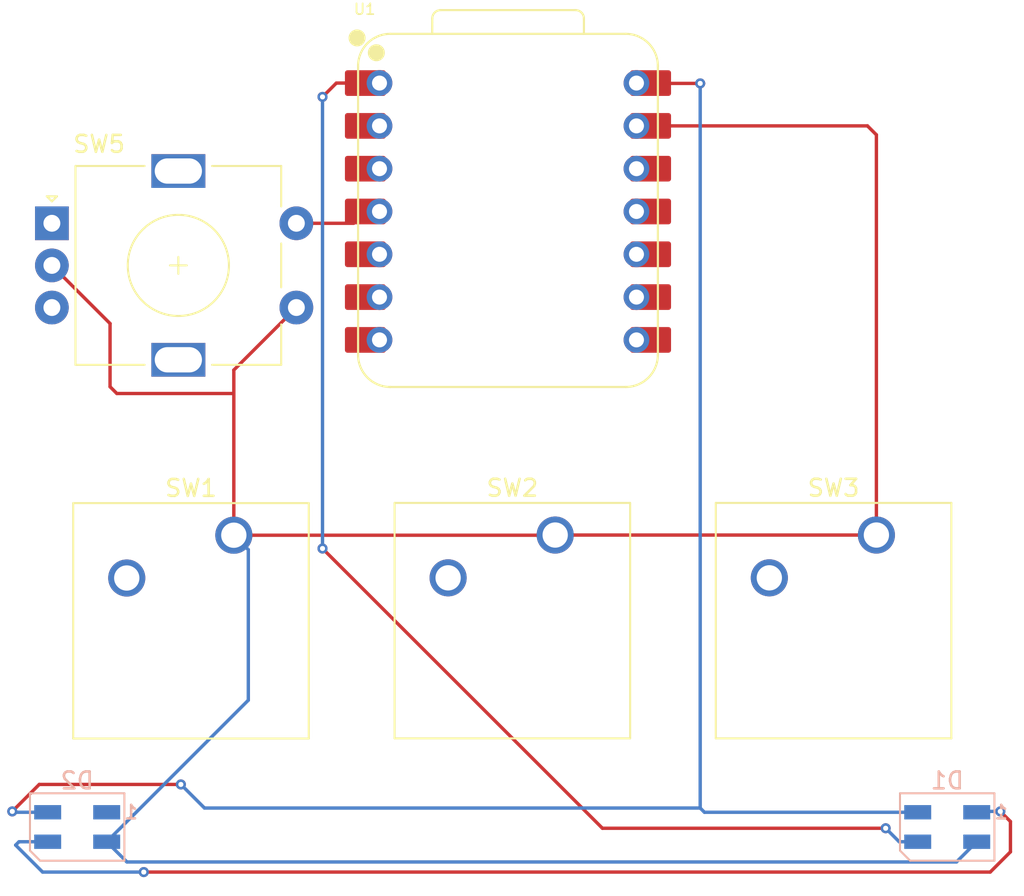
<source format=kicad_pcb>
(kicad_pcb (version 20241229) (generator "pcbnew") (generator_version "9.0")
  (layers (0 "F.Cu" signal) (2 "B.Cu" signal) (13 "F.Paste" user) (15 "B.Paste" user) (5 "F.SilkS" user "F.Silkscreen") (7 "B.SilkS" user "B.Silkscreen") (1 "F.Mask" user) (3 "B.Mask" user) (25 "Edge.Cuts" user))
  (net 0 "")
  (net 1 "Net-(D1-DOUT)")
  (net 2 "GND")
  (net 3 "+5V")
  (net 4 "Net-(D1-DIN)")
  (net 6 "GPIO1")
  (net 7 "GPIO2")
  (net 8 "GPIO4")
  (net 9 "ENC_A")
  (net 10 "ENC_B")
  (net 17 "ENC_BUTTON")
  (footprint "Seeed Studio XIAO Series Library:XIAO-RP2040-DIP" (layer "F.Cu") (at 85.6 36.6)
    (property "Reference" "U1" (at -8.5 -12 0) (layer "F.SilkS") (effects (font (size 0.635 0.635) (thickness 0.1016))))
    (property "Value" "XIAO-RP2040-DIP")
    (fp_line (start -8.89 8.509) (end -8.89 -8.636) (stroke (width 0.127)) (layer "F.SilkS"))
    (fp_line (start -6.985 10.414) (end 6.985 10.414) (stroke (width 0.127)) (layer "F.SilkS"))
    (fp_line (start -4.495 -10.541) (end -4.491272 -11.451272) (stroke (width 0.127)) (layer "F.SilkS"))
    (fp_line (start -3.991272 -11.951) (end 4.004 -11.951) (stroke (width 0.127)) (layer "F.SilkS"))
    (fp_line (start 4.504 -11.451) (end 4.504 -10.541) (stroke (width 0.127)) (layer "F.SilkS"))
    (fp_line (start 6.985 -10.541) (end -6.985 -10.541) (stroke (width 0.1)) (layer "F.SilkS"))
    (fp_line (start 6.985 -10.541) (end -6.985 -10.541) (stroke (width 0.127)) (layer "F.SilkS"))
    (fp_line (start 8.89 8.509) (end 8.89 -8.636) (stroke (width 0.127)) (layer "F.SilkS"))
    (fp_arc (start -8.89 -8.636) (mid -8.332038 -9.983038) (end -6.985 -10.541) (stroke (width 0.127)) (layer "F.SilkS"))
    (fp_arc (start -6.985 10.414) (mid -8.332038 9.856038) (end -8.89 8.509) (stroke (width 0.127)) (layer "F.SilkS"))
    (fp_arc (start -4.491272 -11.451272) (mid -4.344728 -11.80464) (end -3.991272 -11.951) (stroke (width 0.127)) (layer "F.SilkS"))
    (fp_arc (start 4.004 -11.951) (mid 4.357553 -11.804553) (end 4.504 -11.451) (stroke (width 0.127)) (layer "F.SilkS"))
    (fp_arc (start 6.985 -10.541) (mid 8.332038 -9.983038) (end 8.89 -8.636) (stroke (width 0.127)) (layer "F.SilkS"))
    (fp_arc (start 8.89 8.509) (mid 8.332038 9.856038) (end 6.985 10.414) (stroke (width 0.127)) (layer "F.SilkS"))
    (fp_circle (center -8.95 -10.3) (end -8.95 -10.554) (stroke (width 0.5)) (fill yes) (layer "F.SilkS"))
    (fp_circle (center -7.807 -9.42) (end -7.807 -9.674) (stroke (width 0.5)) (fill yes) (layer "F.SilkS"))
    (pad "1" smd roundrect (at -8.455 -7.62 180) (size 2.432 1.524) (layers "F.Cu" "F.Mask") (roundrect_rratio 0.1) (net 4 "Net-(D1-DIN)"))
    (pad "1" thru_hole circle (at -7.62 -7.62 180) (size 1.524 1.524) (drill 0.889) (layers "*.Cu" "*.Mask") (net 4 "Net-(D1-DIN)"))
    (pad "2" smd roundrect (at -8.455 -5.08 180) (size 2.432 1.524) (layers "F.Cu" "F.Mask") (roundrect_rratio 0.1) (net 9 "ENC_A"))
    (pad "2" thru_hole circle (at -7.62 -5.08 180) (size 1.524 1.524) (drill 0.889) (layers "*.Cu" "*.Mask") (net 9 "ENC_A"))
    (pad "3" smd roundrect (at -8.455 -2.54 180) (size 2.432 1.524) (layers "F.Cu" "F.Mask") (roundrect_rratio 0.1) (net 10 "ENC_B"))
    (pad "3" thru_hole circle (at -7.62 -2.54 180) (size 1.524 1.524) (drill 0.889) (layers "*.Cu" "*.Mask") (net 10 "ENC_B"))
    (pad "4" smd roundrect (at -8.455 0 180) (size 2.432 1.524) (layers "F.Cu" "F.Mask") (roundrect_rratio 0.1) (net 17 "ENC_BUTTON"))
    (pad "4" thru_hole circle (at -7.62 0 180) (size 1.524 1.524) (drill 0.889) (layers "*.Cu" "*.Mask") (net 17 "ENC_BUTTON"))
    (pad "5" smd roundrect (at -8.455 2.54 180) (size 2.432 1.524) (layers "F.Cu" "F.Mask") (roundrect_rratio 0.1))
    (pad "5" thru_hole circle (at -7.62 2.54 180) (size 1.524 1.524) (drill 0.889) (layers "*.Cu" "*.Mask"))
    (pad "6" smd roundrect (at -8.455 5.08 180) (size 2.432 1.524) (layers "F.Cu" "F.Mask") (roundrect_rratio 0.1))
    (pad "6" thru_hole circle (at -7.62 5.08 180) (size 1.524 1.524) (drill 0.889) (layers "*.Cu" "*.Mask"))
    (pad "7" smd roundrect (at -8.455 7.62 180) (size 2.432 1.524) (layers "F.Cu" "F.Mask") (roundrect_rratio 0.1))
    (pad "7" thru_hole circle (at -7.62 7.62 180) (size 1.524 1.524) (drill 0.889) (layers "*.Cu" "*.Mask"))
    (pad "8" thru_hole circle (at 7.62 7.62) (size 1.524 1.524) (drill 0.889) (layers "*.Cu" "*.Mask") (net 6 "GPIO1"))
    (pad "8" smd roundrect (at 8.455 7.62) (size 2.432 1.524) (layers "F.Cu" "F.Mask") (roundrect_rratio 0.1) (net 6 "GPIO1"))
    (pad "9" thru_hole circle (at 7.62 5.08) (size 1.524 1.524) (drill 0.889) (layers "*.Cu" "*.Mask") (net 7 "GPIO2"))
    (pad "9" smd roundrect (at 8.455 5.08) (size 2.432 1.524) (layers "F.Cu" "F.Mask") (roundrect_rratio 0.1) (net 7 "GPIO2"))
    (pad "10" thru_hole circle (at 7.62 2.54) (size 1.524 1.524) (drill 0.889) (layers "*.Cu" "*.Mask") (net 8 "GPIO4"))
    (pad "10" smd roundrect (at 8.455 2.54) (size 2.432 1.524) (layers "F.Cu" "F.Mask") (roundrect_rratio 0.1) (net 8 "GPIO4"))
    (pad "11" thru_hole circle (at 7.62 0) (size 1.524 1.524) (drill 0.889) (layers "*.Cu" "*.Mask"))
    (pad "11" smd roundrect (at 8.455 0) (size 2.432 1.524) (layers "F.Cu" "F.Mask") (roundrect_rratio 0.1))
    (pad "12" thru_hole circle (at 7.62 -2.54) (size 1.524 1.524) (drill 0.889) (layers "*.Cu" "*.Mask"))
    (pad "12" smd roundrect (at 8.455 -2.54) (size 2.432 1.524) (layers "F.Cu" "F.Mask") (roundrect_rratio 0.1))
    (pad "13" thru_hole circle (at 7.62 -5.08) (size 1.524 1.524) (drill 0.889) (layers "*.Cu" "*.Mask") (net 2 "GND"))
    (pad "13" smd roundrect (at 8.455 -5.08) (size 2.432 1.524) (layers "F.Cu" "F.Mask") (roundrect_rratio 0.1) (net 2 "GND"))
    (pad "14" thru_hole circle (at 7.62 -7.62) (size 1.524 1.524) (drill 0.889) (layers "*.Cu" "*.Mask") (net 3 "+5V"))
    (pad "14" smd roundrect (at 8.455 -7.62) (size 2.432 1.524) (layers "F.Cu" "F.Mask") (roundrect_rratio 0.1) (net 3 "+5V"))
  )
  (footprint "Button_Switch_Keyboard:SW_Cherry_MX_1.00u_PCB" (layer "F.Cu") (at 88.4 55.8)
    (property "Reference" "SW2" (at -2.54 -2.794 0) (layer "F.SilkS"))
    (property "Value" "SW_Push")
    (fp_line (start -9.525 -1.905) (end 4.445 -1.905) (stroke (width 0.12)) (layer "F.SilkS"))
    (fp_line (start -9.525 12.065) (end -9.525 -1.905) (stroke (width 0.12)) (layer "F.SilkS"))
    (fp_line (start 4.445 -1.905) (end 4.445 12.065) (stroke (width 0.12)) (layer "F.SilkS"))
    (fp_line (start 4.445 12.065) (end -9.525 12.065) (stroke (width 0.12)) (layer "F.SilkS"))
    (pad "" np_thru_hole circle (at -7.62 5.08) (size 1.7 1.7) (drill 1.7) (layers "*.Cu" "*.Mask"))
    (pad "" np_thru_hole circle (at -2.54 5.08) (size 4 4) (drill 4) (layers "*.Cu" "*.Mask"))
    (pad "" np_thru_hole circle (at 2.54 5.08) (size 1.7 1.7) (drill 1.7) (layers "*.Cu" "*.Mask"))
    (pad "1" thru_hole circle (at 0 0) (size 2.2 2.2) (drill 1.5) (layers "*.Cu" "*.Mask") (net 2 "GND"))
    (pad "2" thru_hole circle (at -6.35 2.54) (size 2.2 2.2) (drill 1.5) (layers "*.Cu" "*.Mask") (net 7 "GPIO2"))
  )
  (footprint "Rotary_Encoder:RotaryEncoder_Alps_EC11E-Switch_Vertical_H20mm" (layer "F.Cu") (at 58.55 37.3)
    (property "Reference" "SW5" (at 2.8 -4.7 0) (layer "F.SilkS"))
    (property "Value" "RotaryEncoder_Switch")
    (fp_line (start -0.3 -1.6) (end 0.3 -1.6) (stroke (width 0.12)) (layer "F.SilkS"))
    (fp_line (start 0 -1.3) (end -0.3 -1.6) (stroke (width 0.12)) (layer "F.SilkS"))
    (fp_line (start 0.3 -1.6) (end 0 -1.3) (stroke (width 0.12)) (layer "F.SilkS"))
    (fp_line (start 1.4 -3.4) (end 1.4 8.4) (stroke (width 0.12)) (layer "F.SilkS"))
    (fp_line (start 5.5 -3.4) (end 1.4 -3.4) (stroke (width 0.12)) (layer "F.SilkS"))
    (fp_line (start 5.5 8.4) (end 1.4 8.4) (stroke (width 0.12)) (layer "F.SilkS"))
    (fp_line (start 7 2.5) (end 8 2.5) (stroke (width 0.12)) (layer "F.SilkS"))
    (fp_line (start 7.5 2) (end 7.5 3) (stroke (width 0.12)) (layer "F.SilkS"))
    (fp_line (start 9.5 -3.4) (end 13.6 -3.4) (stroke (width 0.12)) (layer "F.SilkS"))
    (fp_line (start 13.6 -3.4) (end 13.6 -1) (stroke (width 0.12)) (layer "F.SilkS"))
    (fp_line (start 13.6 1.2) (end 13.6 3.8) (stroke (width 0.12)) (layer "F.SilkS"))
    (fp_line (start 13.6 6) (end 13.6 8.4) (stroke (width 0.12)) (layer "F.SilkS"))
    (fp_line (start 13.6 8.4) (end 9.5 8.4) (stroke (width 0.12)) (layer "F.SilkS"))
    (fp_circle (center 7.5 2.5) (end 10.5 2.5) (stroke (width 0.12)) (fill no) (layer "F.SilkS"))
    (pad "A" thru_hole rect (at 0 0) (size 2 2) (drill 1) (layers "*.Cu" "*.Mask") (net 9 "ENC_A"))
    (pad "B" thru_hole circle (at 0 5) (size 2 2) (drill 1) (layers "*.Cu" "*.Mask") (net 10 "ENC_B"))
    (pad "C" thru_hole circle (at 0 2.5) (size 2 2) (drill 1) (layers "*.Cu" "*.Mask") (net 2 "GND"))
    (pad "MP" thru_hole rect (at 7.5 -3.1) (size 3.2 2) (drill oval 2.8 1.5) (layers "*.Cu" "*.Mask"))
    (pad "MP" thru_hole rect (at 7.5 8.1) (size 3.2 2) (drill oval 2.8 1.5) (layers "*.Cu" "*.Mask"))
    (pad "S1" thru_hole circle (at 14.5 5) (size 2 2) (drill 1) (layers "*.Cu" "*.Mask") (net 2 "GND"))
    (pad "S2" thru_hole circle (at 14.5 0) (size 2 2) (drill 1) (layers "*.Cu" "*.Mask") (net 17 "ENC_BUTTON"))
  )
  (footprint "Button_Switch_Keyboard:SW_Cherry_MX_1.00u_PCB" (layer "F.Cu") (at 69.34 55.81)
    (property "Reference" "SW1" (at -2.54 -2.794 0) (layer "F.SilkS"))
    (property "Value" "SW_Push")
    (fp_line (start -9.525 -1.905) (end 4.445 -1.905) (stroke (width 0.12)) (layer "F.SilkS"))
    (fp_line (start -9.525 12.065) (end -9.525 -1.905) (stroke (width 0.12)) (layer "F.SilkS"))
    (fp_line (start 4.445 -1.905) (end 4.445 12.065) (stroke (width 0.12)) (layer "F.SilkS"))
    (fp_line (start 4.445 12.065) (end -9.525 12.065) (stroke (width 0.12)) (layer "F.SilkS"))
    (pad "" np_thru_hole circle (at -7.62 5.08) (size 1.7 1.7) (drill 1.7) (layers "*.Cu" "*.Mask"))
    (pad "" np_thru_hole circle (at -2.54 5.08) (size 4 4) (drill 4) (layers "*.Cu" "*.Mask"))
    (pad "" np_thru_hole circle (at 2.54 5.08) (size 1.7 1.7) (drill 1.7) (layers "*.Cu" "*.Mask"))
    (pad "1" thru_hole circle (at 0 0) (size 2.2 2.2) (drill 1.5) (layers "*.Cu" "*.Mask") (net 2 "GND"))
    (pad "2" thru_hole circle (at -6.35 2.54) (size 2.2 2.2) (drill 1.5) (layers "*.Cu" "*.Mask") (net 6 "GPIO1"))
  )
  (footprint "Button_Switch_Keyboard:SW_Cherry_MX_1.00u_PCB" (layer "F.Cu") (at 107.45 55.8)
    (property "Reference" "SW3" (at -2.54 -2.794 0) (layer "F.SilkS"))
    (property "Value" "SW_Push")
    (fp_line (start -9.525 -1.905) (end 4.445 -1.905) (stroke (width 0.12)) (layer "F.SilkS"))
    (fp_line (start -9.525 12.065) (end -9.525 -1.905) (stroke (width 0.12)) (layer "F.SilkS"))
    (fp_line (start 4.445 -1.905) (end 4.445 12.065) (stroke (width 0.12)) (layer "F.SilkS"))
    (fp_line (start 4.445 12.065) (end -9.525 12.065) (stroke (width 0.12)) (layer "F.SilkS"))
    (pad "" np_thru_hole circle (at -7.62 5.08) (size 1.7 1.7) (drill 1.7) (layers "*.Cu" "*.Mask"))
    (pad "" np_thru_hole circle (at -2.54 5.08) (size 4 4) (drill 4) (layers "*.Cu" "*.Mask"))
    (pad "" np_thru_hole circle (at 2.54 5.08) (size 1.7 1.7) (drill 1.7) (layers "*.Cu" "*.Mask"))
    (pad "1" thru_hole circle (at 0 0) (size 2.2 2.2) (drill 1.5) (layers "*.Cu" "*.Mask") (net 2 "GND"))
    (pad "2" thru_hole circle (at -6.35 2.54) (size 2.2 2.2) (drill 1.5) (layers "*.Cu" "*.Mask") (net 8 "GPIO4"))
  )
  (footprint "LED_SMD:LED_SK6812MINI_PLCC4_3.5x3.5mm_P1.75mm" (layer "B.Cu") (at 111.65 73.125 180)
    (property "Reference" "D1" (at 0 2.75 0) (layer "B.SilkS") (effects (justify mirror)))
    (property "Value" "SK6812MINI")
    (fp_line (start 2.8 -1.4) (end 2.8 2) (stroke (width 0.12)) (layer "B.SilkS"))
    (fp_line (start 2.8 -1.4) (end 2.2 -2) (stroke (width 0.12)) (layer "B.SilkS"))
    (fp_line (start -2.8 2) (end 2.8 2) (stroke (width 0.12)) (layer "B.SilkS"))
    (fp_line (start -2.8 2) (end -2.8 -2) (stroke (width 0.12)) (layer "B.SilkS"))
    (fp_line (start -2.8 -2) (end 2.2 -2) (stroke (width 0.12)) (layer "B.SilkS"))
    (fp_text user "1" (at -3.2 0.875 0) (layer "B.SilkS") (effects (font (size 0.8 0.8)) (justify mirror)))
    (pad "1" smd rect (at -1.75 0.875 180) (size 1.6 0.85) (layers "B.Cu" "B.Mask" "B.Paste") (net 1 "Net-(D1-DOUT)"))
    (pad "2" smd rect (at -1.75 -0.875 180) (size 1.6 0.85) (layers "B.Cu" "B.Mask" "B.Paste") (net 2 "GND"))
    (pad "3" smd rect (at 1.75 -0.875 180) (size 1.6 0.85) (layers "B.Cu" "B.Mask" "B.Paste") (net 4 "Net-(D1-DIN)"))
    (pad "4" smd rect (at 1.75 0.875 180) (size 1.6 0.85) (layers "B.Cu" "B.Mask" "B.Paste") (net 3 "+5V"))
  )
  (footprint "LED_SMD:LED_SK6812MINI_PLCC4_3.5x3.5mm_P1.75mm" (layer "B.Cu") (at 60.05 73.125 180)
    (property "Reference" "D2" (at 0 2.75 0) (layer "B.SilkS") (effects (justify mirror)))
    (property "Value" "SK6812MINI")
    (fp_line (start 2.8 -1.4) (end 2.8 2) (stroke (width 0.12)) (layer "B.SilkS"))
    (fp_line (start 2.8 -1.4) (end 2.2 -2) (stroke (width 0.12)) (layer "B.SilkS"))
    (fp_line (start -2.8 2) (end 2.8 2) (stroke (width 0.12)) (layer "B.SilkS"))
    (fp_line (start -2.8 2) (end -2.8 -2) (stroke (width 0.12)) (layer "B.SilkS"))
    (fp_line (start -2.8 -2) (end 2.2 -2) (stroke (width 0.12)) (layer "B.SilkS"))
    (fp_text user "1" (at -3.2 0.875 0) (layer "B.SilkS") (effects (font (size 0.8 0.8)) (justify mirror)))
    (pad "1" smd rect (at -1.75 0.875 180) (size 1.6 0.85) (layers "B.Cu" "B.Mask" "B.Paste"))
    (pad "2" smd rect (at -1.75 -0.875 180) (size 1.6 0.85) (layers "B.Cu" "B.Mask" "B.Paste") (net 2 "GND"))
    (pad "3" smd rect (at 1.75 -0.875 180) (size 1.6 0.85) (layers "B.Cu" "B.Mask" "B.Paste") (net 1 "Net-(D1-DOUT)"))
    (pad "4" smd rect (at 1.75 0.875 180) (size 1.6 0.85) (layers "B.Cu" "B.Mask" "B.Paste") (net 3 "+5V"))
  )
  (segment (start 115.4 74.6) (end 115.4 72.8) (width 0.2) (layer "F.Cu") (net 1))
  (segment (start 114.2 75.8) (end 115.4 74.6) (width 0.2) (layer "F.Cu") (net 1))
  (segment (start 115.4 72.8) (end 114.8 72.2) (width 0.2) (layer "F.Cu") (net 1))
  (segment (start 64 75.8) (end 114.2 75.8) (width 0.2) (layer "F.Cu") (net 1))
  (via (at 114.8 72.2) (size 0.6) (drill 0.3) (layers "F.Cu" "B.Cu") (net 1))
  (via (at 64 75.8) (size 0.6) (drill 0.3) (layers "F.Cu" "B.Cu") (net 1))
  (segment (start 56.6 74) (end 58.3 74) (width 0.2) (layer "B.Cu") (net 1))
  (segment (start 58 75.8) (end 56.4 74.2) (width 0.2) (layer "B.Cu") (net 1))
  (segment (start 114.8 72.2) (end 113.45 72.2) (width 0.2) (layer "B.Cu") (net 1))
  (segment (start 56.4 74.2) (end 56.6 74) (width 0.2) (layer "B.Cu") (net 1))
  (segment (start 113.45 72.2) (end 113.4 72.25) (width 0.2) (layer "B.Cu") (net 1))
  (segment (start 64 75.8) (end 58 75.8) (width 0.2) (layer "B.Cu") (net 1))
  (segment (start 69.34 47.4) (end 69.34 55.81) (width 0.2) (layer "F.Cu") (net 2))
  (segment (start 106.92 31.52) (end 94.055 31.52) (width 0.2) (layer "F.Cu") (net 2))
  (segment (start 69.34 46.01) (end 69.34 47.4) (width 0.2) (layer "F.Cu") (net 2))
  (segment (start 73.05 42.3) (end 69.34 46.01) (width 0.2) (layer "F.Cu") (net 2))
  (segment (start 69.34 55.81) (end 88.39 55.81) (width 0.2) (layer "F.Cu") (net 2))
  (segment (start 62 43.25) (end 62 47) (width 0.2) (layer "F.Cu") (net 2))
  (segment (start 62 47) (end 62.4 47.4) (width 0.2) (layer "F.Cu") (net 2))
  (segment (start 107.45 32.05) (end 106.92 31.52) (width 0.2) (layer "F.Cu") (net 2))
  (segment (start 88.39 55.81) (end 88.4 55.8) (width 0.2) (layer "F.Cu") (net 2))
  (segment (start 107.45 55.8) (end 107.45 32.05) (width 0.2) (layer "F.Cu") (net 2))
  (segment (start 62.4 47.4) (end 69.34 47.4) (width 0.2) (layer "F.Cu") (net 2))
  (segment (start 58.55 39.8) (end 62 43.25) (width 0.2) (layer "F.Cu") (net 2))
  (segment (start 88.4 55.8) (end 107.45 55.8) (width 0.2) (layer "F.Cu") (net 2))
  (segment (start 113.4 74) (end 112.2 75.2) (width 0.2) (layer "B.Cu") (net 2))
  (segment (start 61.8 74) (end 70.2 65.6) (width 0.2) (layer "B.Cu") (net 2))
  (segment (start 112.2 75.2) (end 63 75.2) (width 0.2) (layer "B.Cu") (net 2))
  (segment (start 70.2 65.6) (end 70.2 56.67) (width 0.2) (layer "B.Cu") (net 2))
  (segment (start 63 75.2) (end 61.8 74) (width 0.2) (layer "B.Cu") (net 2))
  (segment (start 70.2 56.67) (end 69.34 55.81) (width 0.2) (layer "B.Cu") (net 2))
  (segment (start 66.2 70.6) (end 57.8 70.6) (width 0.2) (layer "F.Cu") (net 3))
  (segment (start 57.8 70.6) (end 56.2 72.2) (width 0.2) (layer "F.Cu") (net 3))
  (segment (start 94.055 28.98) (end 94.075 29) (width 0.2) (layer "F.Cu") (net 3))
  (segment (start 94.075 29) (end 97 29) (width 0.2) (layer "F.Cu") (net 3))
  (segment (start 97 29) (end 97.2 29) (width 0.2) (layer "F.Cu") (net 3))
  (via (at 97 29) (size 0.6) (drill 0.3) (layers "F.Cu" "B.Cu") (net 3))
  (via (at 56.2 72.2) (size 0.6) (drill 0.3) (layers "F.Cu" "B.Cu") (net 3))
  (via (at 66.2 70.6) (size 0.6) (drill 0.3) (layers "F.Cu" "B.Cu") (net 3))
  (segment (start 56.2 72.2) (end 56.25 72.25) (width 0.2) (layer "B.Cu") (net 3))
  (segment (start 56.25 72.25) (end 58.3 72.25) (width 0.2) (layer "B.Cu") (net 3))
  (segment (start 97 72) (end 67.6 72) (width 0.2) (layer "B.Cu") (net 3))
  (segment (start 67.6 72) (end 66.2 70.6) (width 0.2) (layer "B.Cu") (net 3))
  (segment (start 97 72) (end 97.25 72.25) (width 0.2) (layer "B.Cu") (net 3))
  (segment (start 97 29) (end 97 72) (width 0.2) (layer "B.Cu") (net 3))
  (segment (start 97.25 72.25) (end 109.9 72.25) (width 0.2) (layer "B.Cu") (net 3))
  (segment (start 108 73.2) (end 91.2 73.2) (width 0.2) (layer "F.Cu") (net 4))
  (segment (start 77.145 28.98) (end 75.42 28.98) (width 0.2) (layer "F.Cu") (net 4))
  (segment (start 75.42 28.98) (end 74.6 29.8) (width 0.2) (layer "F.Cu") (net 4))
  (segment (start 91.2 73.2) (end 74.6 56.6) (width 0.2) (layer "F.Cu") (net 4))
  (via (at 74.6 29.8) (size 0.6) (drill 0.3) (layers "F.Cu" "B.Cu") (net 4))
  (via (at 74.6 56.6) (size 0.6) (drill 0.3) (layers "F.Cu" "B.Cu") (net 4))
  (via (at 108 73.2) (size 0.6) (drill 0.3) (layers "F.Cu" "B.Cu") (net 4))
  (segment (start 109.9 74) (end 108.8 74) (width 0.2) (layer "B.Cu") (net 4))
  (segment (start 74.6 29.8) (end 74.6 56.6) (width 0.2) (layer "B.Cu") (net 4))
  (segment (start 108.8 74) (end 108 73.2) (width 0.2) (layer "B.Cu") (net 4))
  (segment (start 76.445 37.3) (end 77.145 36.6) (width 0.2) (layer "F.Cu") (net 17))
  (segment (start 73.05 37.3) (end 76.445 37.3) (width 0.2) (layer "F.Cu") (net 17))
)
</source>
